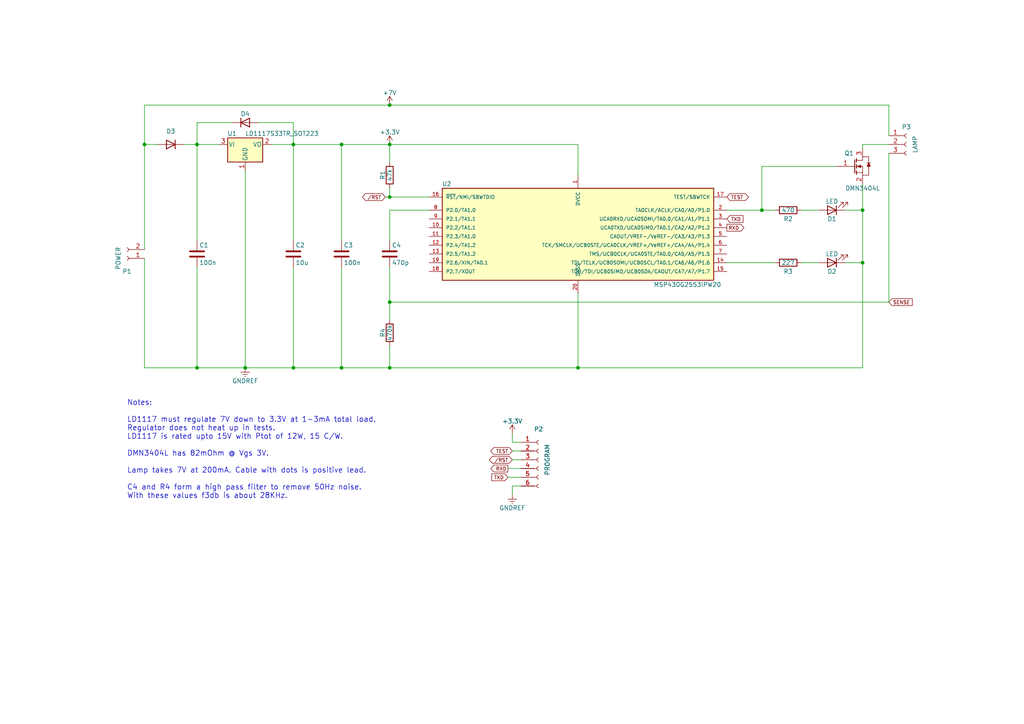
<source format=kicad_sch>
(kicad_sch (version 20211123) (generator eeschema)
  (paper "A4")
  (title_block (title "Capacitive Touch Lamp Control") (date "2016-09-11") (rev "1.1") (company "Willem Dijkstra <wpd@xs4all.nl>"))
  (lib_symbols
    (symbol "Connectors:Conn_01x02_Female" (pin_names (offset 1.016) hide)
      (property "Reference" "J" (at 0 2.54 0))
      (property "Value" "Conn_01x02_Female" (at 0 -5.08 0))
      (symbol "Conn_01x02_Female_1_1"
        (arc (start 0 -2.032) (mid -0.508 -2.54) (end 0 -3.048) (stroke (width 0.1524)))
        (polyline (pts (xy -1.27 -2.54) (xy -0.508 -2.54)) (stroke (width 0.1524)))
        (polyline (pts (xy -1.27 0) (xy -0.508 0)) (stroke (width 0.1524)))
        (arc (start 0 0.508) (mid -0.508 0) (end 0 -0.508) (stroke (width 0.1524)))
        (pin passive line (at -5.08 0 0) (length 3.81) (name "Pin_1") (number "1"))
        (pin passive line (at -5.08 -2.54 0) (length 3.81) (name "Pin_2") (number "2"))
      )
    )
    (symbol "Connectors:Conn_01x03_Female" (pin_names (offset 1.016) hide)
      (property "Reference" "J" (at 0 5.08 0))
      (property "Value" "Conn_01x03_Female" (at 0 -5.08 0))
      (symbol "Conn_01x03_Female_1_1"
        (arc (start 0 -2.032) (mid -0.508 -2.54) (end 0 -3.048) (stroke (width 0.1524)))
        (polyline (pts (xy -1.27 -2.54) (xy -0.508 -2.54)) (stroke (width 0.1524)))
        (polyline (pts (xy -1.27 0) (xy -0.508 0)) (stroke (width 0.1524)))
        (polyline (pts (xy -1.27 2.54) (xy -0.508 2.54)) (stroke (width 0.1524)))
        (arc (start 0 0.508) (mid -0.508 0) (end 0 -0.508) (stroke (width 0.1524)))
        (arc (start 0 3.048) (mid -0.508 2.54) (end 0 2.032) (stroke (width 0.1524)))
        (pin passive line (at -5.08 2.54 0) (length 3.81) (name "Pin_1") (number "1"))
        (pin passive line (at -5.08 0 0) (length 3.81) (name "Pin_2") (number "2"))
        (pin passive line (at -5.08 -2.54 0) (length 3.81) (name "Pin_3") (number "3"))
      )
    )
    (symbol "Connectors:Conn_01x06_Female" (pin_names (offset 1.016) hide)
      (property "Reference" "J" (at 0 7.62 0))
      (property "Value" "Conn_01x06_Female" (at 0 -10.16 0))
      (symbol "Conn_01x06_Female_1_1"
        (arc (start 0 -7.112) (mid -0.508 -7.62) (end 0 -8.128) (stroke (width 0.1524)))
        (arc (start 0 -4.572) (mid -0.508 -5.08) (end 0 -5.588) (stroke (width 0.1524)))
        (arc (start 0 -2.032) (mid -0.508 -2.54) (end 0 -3.048) (stroke (width 0.1524)))
        (polyline (pts (xy -1.27 -7.62) (xy -0.508 -7.62)) (stroke (width 0.1524)))
        (polyline (pts (xy -1.27 -5.08) (xy -0.508 -5.08)) (stroke (width 0.1524)))
        (polyline (pts (xy -1.27 -2.54) (xy -0.508 -2.54)) (stroke (width 0.1524)))
        (polyline (pts (xy -1.27 0) (xy -0.508 0)) (stroke (width 0.1524)))
        (polyline (pts (xy -1.27 2.54) (xy -0.508 2.54)) (stroke (width 0.1524)))
        (polyline (pts (xy -1.27 5.08) (xy -0.508 5.08)) (stroke (width 0.1524)))
        (arc (start 0 0.508) (mid -0.508 0) (end 0 -0.508) (stroke (width 0.1524)))
        (arc (start 0 3.048) (mid -0.508 2.54) (end 0 2.032) (stroke (width 0.1524)))
        (arc (start 0 5.588) (mid -0.508 5.08) (end 0 4.572) (stroke (width 0.1524)))
        (pin passive line (at -5.08 5.08 0) (length 3.81) (name "Pin_1") (number "1"))
        (pin passive line (at -5.08 2.54 0) (length 3.81) (name "Pin_2") (number "2"))
        (pin passive line (at -5.08 0 0) (length 3.81) (name "Pin_3") (number "3"))
        (pin passive line (at -5.08 -2.54 0) (length 3.81) (name "Pin_4") (number "4"))
        (pin passive line (at -5.08 -5.08 0) (length 3.81) (name "Pin_5") (number "5"))
        (pin passive line (at -5.08 -7.62 0) (length 3.81) (name "Pin_6") (number "6"))
      )
    )
    (symbol "Device:C" (pin_numbers hide) (pin_names (offset 0.254))
      (property "Reference" "C" (at 0.635 2.54 0))
      (property "Value" "C" (at 0.635 -2.54 0))
      (symbol "C_0_1"
        (polyline (pts (xy -2.032 -0.762) (xy 2.032 -0.762)) (stroke (width 0.508)))
        (polyline (pts (xy -2.032 0.762) (xy 2.032 0.762)) (stroke (width 0.508)))
      )
      (symbol "C_1_1"
        (pin passive line (at 0 3.81 270) (length 2.794) (name "~") (number "1"))
        (pin passive line (at 0 -3.81 90) (length 2.794) (name "~") (number "2"))
      )
    )
    (symbol "Device:D" (pin_numbers hide) (pin_names (offset 1.016) hide)
      (property "Reference" "D" (at 0 2.54 0))
      (property "Value" "D" (at 0 -2.54 0))
      (symbol "D_0_1"
        (polyline (pts (xy -1.27 1.27) (xy -1.27 -1.27)) (stroke (width 0.254)))
        (polyline (pts (xy 1.27 0) (xy -1.27 0)))
        (polyline (pts (xy 1.27 1.27) (xy 1.27 -1.27) (xy -1.27 0) (xy 1.27 1.27)) (stroke (width 0.254)))
      )
      (symbol "D_1_1"
        (pin passive line (at -3.81 0 0) (length 2.54) (name "K") (number "1"))
        (pin passive line (at 3.81 0 180) (length 2.54) (name "A") (number "2"))
      )
    )
    (symbol "Device:LED" (pin_numbers hide) (pin_names (offset 1.016) hide)
      (property "Reference" "D" (at 0 2.54 0))
      (property "Value" "LED" (at 0 -2.54 0))
      (symbol "LED_0_1"
        (polyline (pts (xy -1.27 -1.27) (xy -1.27 1.27)) (stroke (width 0.254)))
        (polyline (pts (xy -1.27 0) (xy 1.27 0)))
        (polyline (pts (xy 1.27 -1.27) (xy 1.27 1.27) (xy -1.27 0) (xy 1.27 -1.27)) (stroke (width 0.254)))
        (polyline (pts (xy -3.048 -0.762) (xy -4.572 -2.286) (xy -3.81 -2.286) (xy -4.572 -2.286) (xy -4.572 -1.524)))
        (polyline (pts (xy -1.778 -0.762) (xy -3.302 -2.286) (xy -2.54 -2.286) (xy -3.302 -2.286) (xy -3.302 -1.524)))
      )
      (symbol "LED_1_1"
        (pin passive line (at -3.81 0 0) (length 2.54) (name "K") (number "1"))
        (pin passive line (at 3.81 0 180) (length 2.54) (name "A") (number "2"))
      )
    )
    (symbol "Device:R" (pin_numbers hide) (pin_names (offset 0))
      (property "Reference" "R" (at 2.032 0 90))
      (property "Value" "R" (at 0 0 90))
      (symbol "R_0_1"
        (rectangle (start -1.016 -2.54) (end 1.016 2.54) (stroke (width 0.254)))
      )
      (symbol "R_1_1"
        (pin passive line (at 0 3.81 270) (length 1.27) (name "~") (number "1"))
        (pin passive line (at 0 -3.81 90) (length 1.27) (name "~") (number "2"))
      )
    )
    (symbol "capacitive_touch:+7V" (power) (pin_names (offset 0))
      (property "Value" "+7V" (at 0 3.556 0))
      (symbol "+7V_0_1"
        (polyline (pts (xy -0.762 1.27) (xy 0 2.54)))
        (polyline (pts (xy 0 0) (xy 0 2.54)))
        (polyline (pts (xy 0 2.54) (xy 0.762 1.27)))
      )
      (symbol "+7V_1_1"
        (pin power_in line (at 0 0 90) (length 0) hide (name "+7V") (number "1"))
      )
    )
    (symbol "capacitive_touch:DMN3404L" (pin_names (offset 0) hide)
      (property "Reference" "Q1" (at 0 3.81 0))
      (property "Value" "DMN3404L" (at 7.62 -6.35 0))
      (symbol "DMN3404L_0_1"
        (polyline (pts (xy 0.762 -1.778) (xy 2.54 -1.778)))
        (polyline (pts (xy 0.762 -1.27) (xy 0.762 -2.286)) (stroke (width 0.254)))
        (polyline (pts (xy 0.762 0) (xy 2.54 0)))
        (polyline (pts (xy 0.762 0.508) (xy 0.762 -0.508)) (stroke (width 0.254)))
        (polyline (pts (xy 0.762 1.778) (xy 2.54 1.778)))
        (polyline (pts (xy 0.762 2.286) (xy 0.762 1.27)) (stroke (width 0.254)))
        (polyline (pts (xy 2.54 -1.778) (xy 2.54 -2.54)))
        (polyline (pts (xy 2.54 -1.778) (xy 2.54 0)))
        (polyline (pts (xy 2.54 2.54) (xy 2.54 1.778)))
        (polyline (pts (xy 4.826 1.016) (xy 3.81 1.016)))
        (polyline (pts (xy 0.254 1.905) (xy 0.254 -1.905) (xy 0.254 -1.905)) (stroke (width 0.254)))
        (polyline (pts (xy 1.016 0) (xy 2.032 0.381) (xy 2.032 -0.381) (xy 1.016 0)) (fill (type outline)))
        (polyline (pts (xy 2.54 -2.54) (xy 4.318 -2.54) (xy 4.318 2.794) (xy 2.54 2.794)))
        (polyline (pts (xy 4.318 1.016) (xy 3.81 0) (xy 4.826 0) (xy 4.318 1.016)) (fill (type outline)))
      )
      (symbol "DMN3404L_1_1"
        (pin input line (at -5.08 0 0) (length 5.334) (name "G") (number "1"))
        (pin passive line (at 2.54 -5.08 90) (length 2.54) (name "S") (number "2"))
        (pin passive line (at 2.54 5.08 270) (length 2.54) (name "D") (number "3"))
      )
    )
    (symbol "msp430:MSP430G2553IPW20" (pin_names (offset 1.016))
      (property "Reference" "U" (at -38.1 15.24 0))
      (property "Value" "MSP430G2553IPW20" (at 31.75 -13.97 0))
      (property "Footprint" "20PW" (at -36.83 -13.97 0))
      (property "Datasheet" "http://www.ti.com/lit/ds/symlink/msp430g2553.pdf" (at -1.27 0 0))
      (symbol "MSP430G2553IPW20_0_1"
        (rectangle (start -39.37 13.97) (end 39.37 -12.7) (stroke (width 0.254)) (fill (type background)))
      )
      (symbol "MSP430G2553IPW20_1_1"
        (pin power_in line (at 0 17.78 270) (length 3.81) (name "DVCC") (number "1"))
        (pin bidirectional line (at -43.18 2.54 0) (length 3.81) (name "P2.2/TA1.1") (number "10"))
        (pin bidirectional line (at -43.18 0 0) (length 3.81) (name "P2.3/TA1.0") (number "11"))
        (pin bidirectional line (at -43.18 -2.54 0) (length 3.81) (name "P2.4/TA1.2") (number "12"))
        (pin bidirectional line (at -43.18 -5.08 0) (length 3.81) (name "P2.5/TA1.2") (number "13"))
        (pin bidirectional line (at 43.18 -7.62 180) (length 3.81) (name "TDI/TCLK/UCB0SOMI/UCB0SCL/TA0.1/CA6/A6/P1.6") (number "14"))
        (pin bidirectional line (at 43.18 -10.16 180) (length 3.81) (name "TDO/TDI/UCB0SIMO/UCB0SDA/CAOUT/CA7/A7/P1.7") (number "15"))
        (pin input line (at -43.18 11.43 0) (length 3.81) (name "~{RST}/NMI/SBWTDIO") (number "16"))
        (pin input line (at 43.18 11.43 180) (length 3.81) (name "TEST/SBWTCK") (number "17"))
        (pin bidirectional line (at -43.18 -10.16 0) (length 3.81) (name "P2.7/XOUT") (number "18"))
        (pin bidirectional line (at -43.18 -7.62 0) (length 3.81) (name "P2.6/XIN/TA0.1") (number "19"))
        (pin bidirectional line (at 43.18 7.62 180) (length 3.81) (name "TA0CLK/ACLK/CA0/A0/P1.0") (number "2"))
        (pin power_in line (at 0 -16.51 90) (length 3.81) (name "DVSS") (number "20"))
        (pin bidirectional line (at 43.18 5.08 180) (length 3.81) (name "UCA0RXD/UCA0SOMI/TA0.0/CA1/A1/P1.1") (number "3"))
        (pin bidirectional line (at 43.18 2.54 180) (length 3.81) (name "UCA0TXD/UCA0SIMO/TA0.1/CA2/A2/P1.2") (number "4"))
        (pin bidirectional line (at 43.18 0 180) (length 3.81) (name "CAOUT/VREF-/VeREF-/CA3/A3/P1.3") (number "5"))
        (pin bidirectional line (at 43.18 -2.54 180) (length 3.81) (name "TCK/SMCLK/UCB0STE/UCA0CLK/VREF+/VeREF+/CA4/A4/P1.4") (number "6"))
        (pin bidirectional line (at 43.18 -5.08 180) (length 3.81) (name "TMS/UCB0CLK/UCA0STE/TA0.0/CA5/A5/P1.5") (number "7"))
        (pin bidirectional line (at -43.18 7.62 0) (length 3.81) (name "P2.0/TA1.0") (number "8"))
        (pin bidirectional line (at -43.18 5.08 0) (length 3.81) (name "P2.1/TA1.1") (number "9"))
      )
    )
    (symbol "power:+3.3V" (power) (pin_names (offset 0))
      (property "Value" "+3.3V" (at 0 3.556 0))
      (symbol "+3.3V_0_1"
        (polyline (pts (xy -0.762 1.27) (xy 0 2.54)))
        (polyline (pts (xy 0 0) (xy 0 2.54)))
        (polyline (pts (xy 0 2.54) (xy 0.762 1.27)))
      )
      (symbol "+3.3V_1_1"
        (pin power_in line (at 0 0 90) (length 0) hide (name "+3.3V") (number "1"))
      )
    )
    (symbol "power:GNDREF" (power) (pin_names (offset 0))
      (property "Value" "GNDREF" (at 0 -3.81 0))
      (symbol "GNDREF_0_1"
        (polyline (pts (xy -0.635 -1.905) (xy 0.635 -1.905)))
        (polyline (pts (xy -0.127 -2.54) (xy 0.127 -2.54)))
        (polyline (pts (xy 0 -1.27) (xy 0 0)))
        (polyline (pts (xy 1.27 -1.27) (xy -1.27 -1.27)))
      )
      (symbol "GNDREF_1_1"
        (pin power_in line (at 0 0 270) (length 0) hide (name "GNDREF") (number "1"))
      )
    )
    (symbol "regulator:LD1117S33TR_SOT223" (pin_names (offset 0.254))
      (property "Reference" "U" (at -3.81 3.175 0))
      (property "Value" "LD1117S33TR_SOT223" (at 0 3.175 0))
      (symbol "LD1117S33TR_SOT223_0_1"
        (rectangle (start -5.08 -5.08) (end 5.08 1.905) (stroke (width 0.254)) (fill (type background)))
      )
      (symbol "LD1117S33TR_SOT223_1_1"
        (pin power_in line (at 0 -7.62 90) (length 2.54) (name "GND") (number "1"))
        (pin power_out line (at 7.62 0 180) (length 2.54) (name "VO") (number "2"))
        (pin power_in line (at -7.62 0 0) (length 2.54) (name "VI") (number "3"))
      )
    )
  )
  (junction (at 85.09 41.91))
  (junction (at 57.15 106.68))
  (junction (at 113.03 30.48))
  (junction (at 220.98 60.96))
  (junction (at 71.12 106.68))
  (junction (at 99.06 106.68))
  (junction (at 113.03 87.63))
  (junction (at 250.19 76.2))
  (junction (at 167.64 106.68))
  (junction (at 113.03 106.68))
  (junction (at 250.19 60.96))
  (junction (at 113.03 41.91))
  (junction (at 41.91 41.91))
  (junction (at 113.03 57.15))
  (junction (at 85.09 106.68))
  (junction (at 99.06 41.91))
  (junction (at 57.15 41.91))
  (wire (pts (xy 220.98 48.26) (xy 220.98 60.96)))
  (wire (pts (xy 220.98 60.96) (xy 224.79 60.96)))
  (wire (pts (xy 57.15 77.47) (xy 57.15 106.68)))
  (wire (pts (xy 113.03 100.33) (xy 113.03 106.68)))
  (wire (pts (xy 113.03 77.47) (xy 113.03 87.63)))
  (wire (pts (xy 151.13 140.97) (xy 148.59 140.97)))
  (wire (pts (xy 41.91 74.93) (xy 41.91 106.68)))
  (wire (pts (xy 99.06 106.68) (xy 85.09 106.68)))
  (wire (pts (xy 85.09 106.68) (xy 71.12 106.68)))
  (wire (pts (xy 245.11 60.96) (xy 250.19 60.96)))
  (wire (pts (xy 71.12 49.53) (xy 71.12 106.68)))
  (wire (pts (xy 250.19 41.91) (xy 257.81 41.91)))
  (wire (pts (xy 242.57 48.26) (xy 220.98 48.26)))
  (wire (pts (xy 71.12 106.68) (xy 57.15 106.68)))
  (wire (pts (xy 232.41 60.96) (xy 237.49 60.96)))
  (wire (pts (xy 45.72 41.91) (xy 41.91 41.91)))
  (wire (pts (xy 250.19 106.68) (xy 167.64 106.68)))
  (wire (pts (xy 113.03 106.68) (xy 99.06 106.68)))
  (wire (pts (xy 148.59 128.27) (xy 148.59 125.73)))
  (wire (pts (xy 85.09 41.91) (xy 99.06 41.91)))
  (wire (pts (xy 57.15 41.91) (xy 57.15 69.85)))
  (wire (pts (xy 147.32 138.43) (xy 151.13 138.43)))
  (wire (pts (xy 257.81 87.63) (xy 113.03 87.63)))
  (wire (pts (xy 85.09 77.47) (xy 85.09 106.68)))
  (wire (pts (xy 257.81 87.63) (xy 257.81 44.45)))
  (wire (pts (xy 99.06 69.85) (xy 99.06 41.91)))
  (wire (pts (xy 67.31 35.56) (xy 57.15 35.56)))
  (wire (pts (xy 250.19 76.2) (xy 250.19 106.68)))
  (wire (pts (xy 113.03 57.15) (xy 124.46 57.15)))
  (wire (pts (xy 245.11 76.2) (xy 250.19 76.2)))
  (wire (pts (xy 99.06 77.47) (xy 99.06 106.68)))
  (wire (pts (xy 41.91 41.91) (xy 41.91 72.39)))
  (wire (pts (xy 85.09 35.56) (xy 85.09 41.91)))
  (wire (pts (xy 250.19 43.18) (xy 250.19 41.91)))
  (wire (pts (xy 148.59 140.97) (xy 148.59 143.51)))
  (wire (pts (xy 53.34 41.91) (xy 57.15 41.91)))
  (wire (pts (xy 113.03 57.15) (xy 113.03 54.61)))
  (wire (pts (xy 99.06 41.91) (xy 113.03 41.91)))
  (wire (pts (xy 250.19 60.96) (xy 250.19 76.2)))
  (wire (pts (xy 111.76 57.15) (xy 113.03 57.15)))
  (wire (pts (xy 57.15 41.91) (xy 63.5 41.91)))
  (wire (pts (xy 113.03 87.63) (xy 113.03 92.71)))
  (wire (pts (xy 78.74 41.91) (xy 85.09 41.91)))
  (wire (pts (xy 74.93 35.56) (xy 85.09 35.56)))
  (wire (pts (xy 151.13 133.35) (xy 148.59 133.35)))
  (wire (pts (xy 232.41 76.2) (xy 237.49 76.2)))
  (wire (pts (xy 224.79 76.2) (xy 210.82 76.2)))
  (wire (pts (xy 167.64 85.09) (xy 167.64 106.68)))
  (wire (pts (xy 113.03 69.85) (xy 113.03 60.96)))
  (wire (pts (xy 57.15 106.68) (xy 41.91 106.68)))
  (wire (pts (xy 85.09 41.91) (xy 85.09 69.85)))
  (wire (pts (xy 113.03 41.91) (xy 167.64 41.91)))
  (wire (pts (xy 41.91 30.48) (xy 113.03 30.48)))
  (wire (pts (xy 257.81 30.48) (xy 257.81 39.37)))
  (wire (pts (xy 113.03 41.91) (xy 113.03 46.99)))
  (wire (pts (xy 113.03 60.96) (xy 124.46 60.96)))
  (wire (pts (xy 151.13 128.27) (xy 148.59 128.27)))
  (wire (pts (xy 148.59 130.81) (xy 151.13 130.81)))
  (wire (pts (xy 57.15 35.56) (xy 57.15 41.91)))
  (wire (pts (xy 210.82 60.96) (xy 220.98 60.96)))
  (wire (pts (xy 167.64 106.68) (xy 113.03 106.68)))
  (wire (pts (xy 113.03 30.48) (xy 257.81 30.48)))
  (wire (pts (xy 147.32 135.89) (xy 151.13 135.89)))
  (wire (pts (xy 167.64 41.91) (xy 167.64 50.8)))
  (wire (pts (xy 250.19 53.34) (xy 250.19 60.96)))
  (wire (pts (xy 41.91 30.48) (xy 41.91 41.91)))
  (text "Notes:\n\nLD1117 must regulate 7V down to 3.3V at 1-3mA total load.\nRegulator does not heat up in tests.\nLD1117 is rated upto 15V with Ptot of 12W, 15 C/W.\n\nDMN3404L has 82mOhm @ Vgs 3V.\n\nLamp takes 7V at 200mA. Cable with dots is positive lead.\n\nC4 and R4 form a high pass filter to remove 50Hz noise. \nWith these values f3db is about 28KHz." (at 36.83 144.78 0) (effects (font (size 1.524 1.524)) (justify left bottom)))
  (global_label "TEST" (shape bidirectional) (at 210.82 57.15 0) (effects (font (size 1.016 1.016))) (property "Intersheet References" "${INTERSHEET_REFS}" (effects hide)))
  (global_label "/RST" (shape bidirectional) (at 111.76 57.15 180) (effects (font (size 1.016 1.016))) (property "Intersheet References" "${INTERSHEET_REFS}" (effects hide)))
  (global_label "SENSE" (shape input) (at 257.81 87.63 0) (effects (font (size 1.016 1.016))) (property "Intersheet References" "${INTERSHEET_REFS}" (effects hide)))
  (global_label "TXD" (shape input) (at 210.82 63.5 0) (effects (font (size 1.016 1.016))) (property "Intersheet References" "${INTERSHEET_REFS}" (effects hide)))
  (global_label "TEST" (shape bidirectional) (at 148.59 130.81 180) (effects (font (size 1.016 1.016))) (property "Intersheet References" "${INTERSHEET_REFS}" (effects hide)))
  (global_label "/RST" (shape bidirectional) (at 148.59 133.35 180) (effects (font (size 1.016 1.016))) (property "Intersheet References" "${INTERSHEET_REFS}" (effects hide)))
  (global_label "RXD" (shape output) (at 147.32 135.89 180) (effects (font (size 1.016 1.016))) (property "Intersheet References" "${INTERSHEET_REFS}" (effects hide)))
  (global_label "TXD" (shape input) (at 147.32 138.43 180) (effects (font (size 1.016 1.016))) (property "Intersheet References" "${INTERSHEET_REFS}" (effects hide)))
  (global_label "RXD" (shape output) (at 210.82 66.04 0) (effects (font (size 1.016 1.016))) (property "Intersheet References" "${INTERSHEET_REFS}" (effects hide)))
  (symbol (lib_id "msp430:MSP430G2553IPW20") (at 167.64 68.58 0) (unit 1)
    (property "Reference" "U2" (at 129.54 53.34 0))
    (property "Value" "MSP430G2553IPW20" (at 199.39 82.55 0))
    (property "Footprint" "Housings_SSOP:TSSOP-20_4.4x6.5mm_Pitch0.65mm" (effects hide))
  )
  (symbol (lib_id "Device:LED") (at 241.3 60.96 180) (unit 1)
    (property "Reference" "D1" (at 241.3 63.5 0))
    (property "Value" "LED" (at 241.3 58.42 0))
    (property "Footprint" "LEDs:LED_1206" (effects hide))
  )
  (symbol (lib_id "Device:LED") (at 241.3 76.2 180) (unit 1)
    (property "Reference" "D2" (at 241.3 78.74 0))
    (property "Value" "LED" (at 241.3 73.66 0))
    (property "Footprint" "LEDs:LED_1206" (effects hide))
  )
  (symbol (lib_id "Device:R") (at 228.6 60.96 270) (unit 1)
    (property "Reference" "R2" (at 228.6 63.5 90))
    (property "Value" "470" (at 228.6 60.96 90))
    (property "Footprint" "Resistors_SMD:R_0805" (effects hide))
  )
  (symbol (lib_id "Device:R") (at 228.6 76.2 270) (unit 1)
    (property "Reference" "R3" (at 228.6 78.74 90))
    (property "Value" "227" (at 228.6 76.2 90))
    (property "Footprint" "Resistors_SMD:R_0805" (effects hide))
  )
  (symbol (lib_id "regulator:LD1117S33TR_SOT223") (at 71.12 41.91 0) (unit 1)
    (property "Reference" "U1" (at 67.31 38.735 0))
    (property "Value" "LD1117S33TR_SOT223" (at 71.12 38.735 0) (effects (justify left)))
    (property "Footprint" "Package_TO_SOT_SMD:SOT-223-3_TabPin2" (effects hide))
    (property "Datasheet" "http://www.st.com/st-web-ui/static/active/en/resource/technical/document/datasheet/CD00000544.pdf" (effects hide))
  )
  (symbol (lib_id "Device:C") (at 57.15 73.66 0) (unit 1)
    (property "Reference" "C1" (at 57.785 71.12 0) (effects (justify left)))
    (property "Value" "100n" (at 57.785 76.2 0) (effects (justify left)))
    (property "Footprint" "Capacitors_SMD:C_0805" (effects hide))
  )
  (symbol (lib_id "Device:C") (at 85.09 73.66 0) (unit 1)
    (property "Reference" "C2" (at 85.725 71.12 0) (effects (justify left)))
    (property "Value" "10u" (at 85.725 76.2 0) (effects (justify left)))
    (property "Footprint" "Capacitors_SMD:C_1210" (effects hide))
  )
  (symbol (lib_id "capacitive_touch:DMN3404L") (at 247.65 48.26 0) (unit 1)
    (property "Reference" "Q1" (at 247.65 44.45 0) (effects (justify right)))
    (property "Value" "DMN3404L" (at 255.27 54.61 0) (effects (justify right)))
    (property "Footprint" "TO_SOT_Packages:SOT-23" (effects hide))
  )
  (symbol (lib_id "power:+3.3V") (at 113.03 41.91 0) (unit 1)
    (property "Reference" "#PWR01" (effects hide))
    (property "Value" "+3.3V" (at 113.03 38.354 0))
  )
  (symbol (lib_id "capacitive_touch:+7V") (at 113.03 30.48 0) (unit 1)
    (property "Reference" "#PWR02" (effects hide))
    (property "Value" "+7V" (at 113.03 26.924 0))
  )
  (symbol (lib_id "Connectors:Conn_01x02_Female") (at 36.83 74.93 180) (unit 1)
    (property "Reference" "P1" (at 36.83 78.74 0))
    (property "Value" "POWER" (at 34.29 74.93 90))
    (property "Footprint" "conn:P_1,5-2" (effects hide))
  )
  (symbol (lib_id "power:GNDREF") (at 71.12 106.68 0) (unit 1)
    (property "Reference" "#PWR03" (effects hide))
    (property "Value" "GNDREF" (at 71.12 110.49 0))
  )
  (symbol (lib_id "Connectors:Conn_01x03_Female") (at 262.89 41.91 0) (unit 1)
    (property "Reference" "P3" (at 262.89 36.83 0))
    (property "Value" "LAMP" (at 265.43 41.91 90))
    (property "Footprint" "conn:P_1,5-3" (effects hide))
  )
  (symbol (lib_id "Device:R") (at 113.03 50.8 180) (unit 1)
    (property "Reference" "R1" (at 110.998 50.8 90))
    (property "Value" "47k" (at 113.03 50.8 90))
    (property "Footprint" "Resistors_SMD:R_0805" (effects hide))
  )
  (symbol (lib_id "power:+3.3V") (at 148.59 125.73 0) (unit 1)
    (property "Reference" "#PWR04" (effects hide))
    (property "Value" "+3.3V" (at 148.59 122.174 0))
  )
  (symbol (lib_id "power:GNDREF") (at 148.59 143.51 0) (unit 1)
    (property "Reference" "#PWR05" (effects hide))
    (property "Value" "GNDREF" (at 148.59 147.32 0))
  )
  (symbol (lib_id "Device:C") (at 99.06 73.66 0) (unit 1)
    (property "Reference" "C3" (at 99.695 71.12 0) (effects (justify left)))
    (property "Value" "100n" (at 99.695 76.2 0) (effects (justify left)))
    (property "Footprint" "Capacitors_SMD:C_0805" (effects hide))
  )
  (symbol (lib_id "Device:D") (at 71.12 35.56 0) (unit 1)
    (property "Reference" "D4" (at 71.12 33.02 0))
    (property "Value" "D" (effects hide))
    (property "Footprint" "SMD_Packages:SMD-1206_Pol" (effects hide))
  )
  (symbol (lib_id "Device:D") (at 49.53 41.91 180) (unit 1)
    (property "Reference" "D3" (at 49.53 38.1 0))
    (property "Value" "D" (effects hide))
    (property "Footprint" "SMD_Packages:SMD-1206_Pol" (effects hide))
  )
  (symbol (lib_id "Connectors:Conn_01x06_Female") (at 156.21 133.35 0) (unit 1)
    (property "Reference" "P2" (at 156.21 124.46 0))
    (property "Value" "PROGRAM" (at 158.75 133.35 90))
    (property "Footprint" "Pin_Headers:Pin_Header_Angled_1x06" (effects hide))
  )
  (symbol (lib_id "Device:C") (at 113.03 73.66 0) (unit 1)
    (property "Reference" "C4" (at 113.665 71.12 0) (effects (justify left)))
    (property "Value" "470p" (at 113.665 76.2 0) (effects (justify left)))
    (property "Footprint" "Capacitors_SMD:C_0805" (effects hide))
  )
  (symbol (lib_id "Device:R") (at 113.03 96.52 180) (unit 1)
    (property "Reference" "R4" (at 110.998 96.52 90))
    (property "Value" "470k" (at 113.03 96.52 90))
    (property "Footprint" "Resistors_SMD:R_0805" (effects hide))
  )
)
</source>
